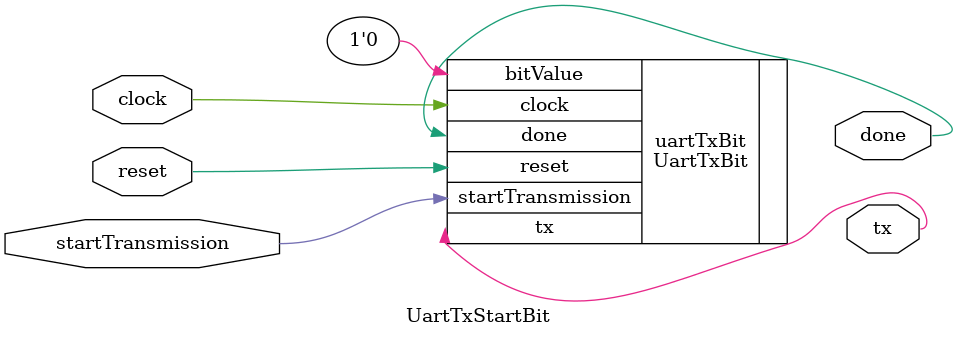
<source format=v>
module UartTxStartBit
	#(parameter ClockFrequency = 1000000,
	  parameter BaudRate = 9600)
	(input reset,
     input clock,
	 input startTransmission,
	 output done,
     output tx);
	
	UartTxBit#(
	.ClockFrequency(ClockFrequency),
	.BaudRate(BaudRate),
	.BitLength(1))
	uartTxBit(
		.reset(reset),
		.clock(clock),
		.startTransmission(startTransmission),
		.bitValue(1'b0),
		.done(done),
		.tx(tx)
	);
endmodule

</source>
